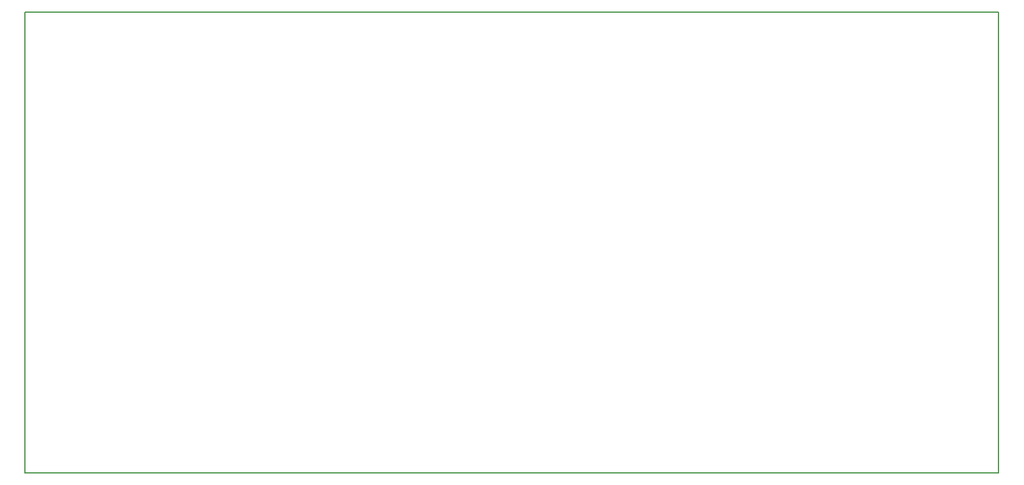
<source format=gbr>
%TF.GenerationSoftware,KiCad,Pcbnew,9.0.6*%
%TF.CreationDate,2026-01-26T19:54:01-03:00*%
%TF.ProjectId,osciloscopio,6f736369-6c6f-4736-936f-70696f2e6b69,rev?*%
%TF.SameCoordinates,Original*%
%TF.FileFunction,Profile,NP*%
%FSLAX46Y46*%
G04 Gerber Fmt 4.6, Leading zero omitted, Abs format (unit mm)*
G04 Created by KiCad (PCBNEW 9.0.6) date 2026-01-26 19:54:01*
%MOMM*%
%LPD*%
G01*
G04 APERTURE LIST*
%TA.AperFunction,Profile*%
%ADD10C,0.200000*%
%TD*%
G04 APERTURE END LIST*
D10*
X116681250Y-50006250D02*
X252412500Y-50006250D01*
X252412500Y-114300000D01*
X116681250Y-114300000D01*
X116681250Y-50006250D01*
M02*

</source>
